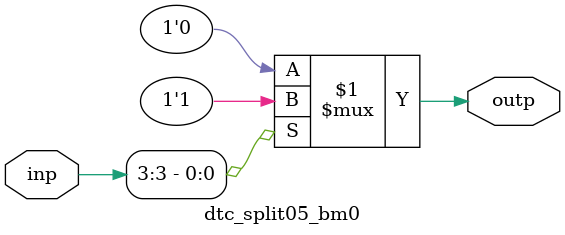
<source format=v>
module dtc_split05_bm0 (
	input  wire [6-1:0] inp,
	output wire [1-1:0] outp
);


	assign outp = (inp[3]) ? 1'b1 : 1'b0;

endmodule
</source>
